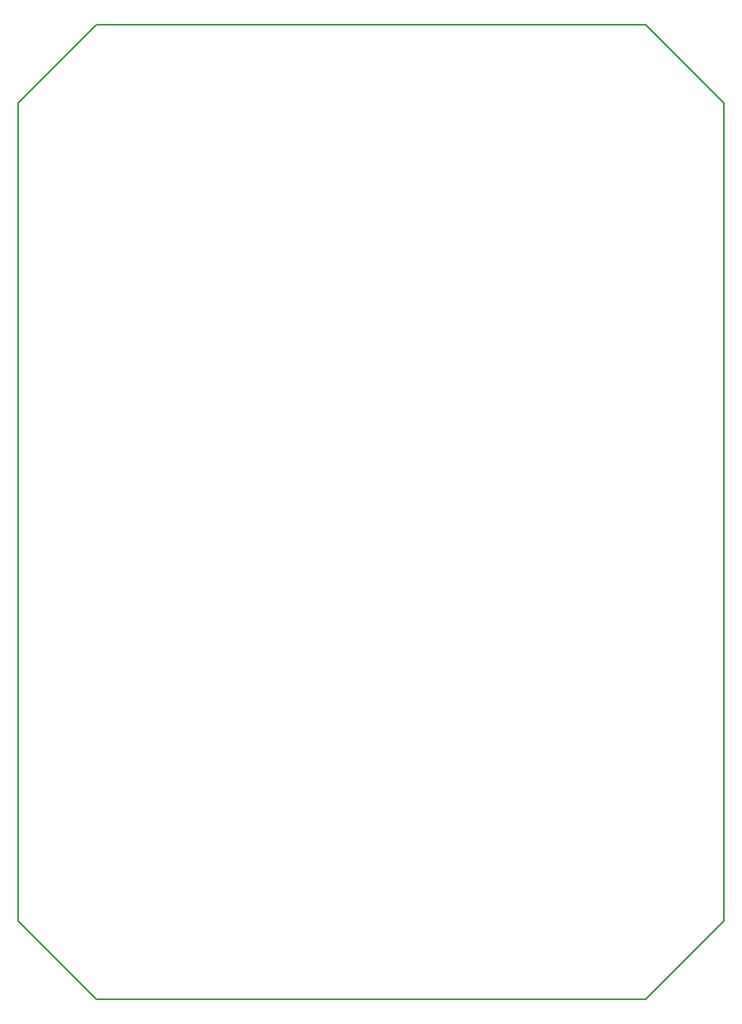
<source format=gm1>
%TF.GenerationSoftware,KiCad,Pcbnew,7.0.2*%
%TF.CreationDate,2023-06-01T22:40:15-04:00*%
%TF.ProjectId,sectr-soldering-kit,73656374-722d-4736-9f6c-646572696e67,rev?*%
%TF.SameCoordinates,Original*%
%TF.FileFunction,Profile,NP*%
%FSLAX46Y46*%
G04 Gerber Fmt 4.6, Leading zero omitted, Abs format (unit mm)*
G04 Created by KiCad (PCBNEW 7.0.2) date 2023-06-01 22:40:15*
%MOMM*%
%LPD*%
G01*
G04 APERTURE LIST*
%TA.AperFunction,Profile*%
%ADD10C,0.150000*%
%TD*%
G04 APERTURE END LIST*
D10*
X181000000Y-129000000D02*
X181000000Y-45000000D01*
X173000000Y-137000000D02*
X181000000Y-129000000D01*
X173000000Y-137000000D02*
X116500000Y-137000000D01*
X116500000Y-37000000D02*
X173000000Y-37000000D01*
X108500000Y-45000000D02*
X116500000Y-37000000D01*
X116500000Y-137000000D02*
X108500000Y-129000000D01*
X181000000Y-45000000D02*
X173000000Y-37000000D01*
X108500000Y-129000000D02*
X108500000Y-45000000D01*
M02*

</source>
